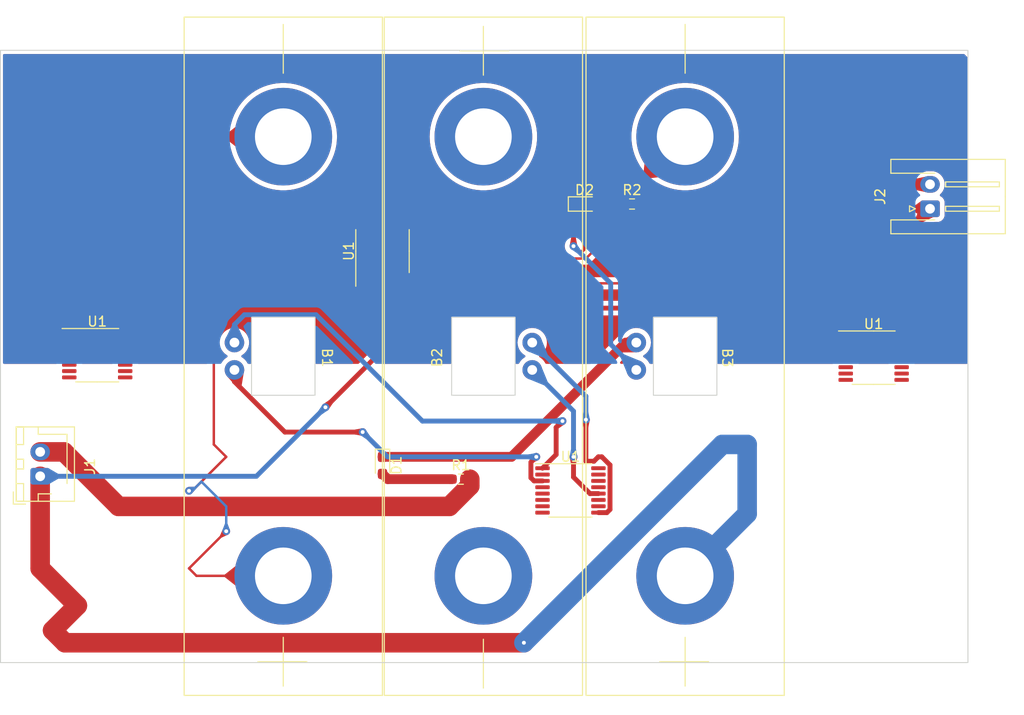
<source format=kicad_pcb>
(kicad_pcb (version 20221018) (generator pcbnew)
  (layers (0 "F.Cu" signal) (31 "B.Cu" signal) (34 "B.Paste" user) (35 "F.Paste" user) (36 "B.SilkS" user "B.Silkscreen") (37 "F.SilkS" user "F.Silkscreen") (38 "B.Mask" user) (39 "F.Mask" user) (44 "Edge.Cuts" user))
  (net 0 "")
  (net 1 "Net-(B3-T+)")
  (net 2 "Net-(D1-A)")
  (net 3 "Net-(B3-T-)")
  (net 4 "Net-(D2-A)")
  (net 5 "GND")
  (net 6 "Net-(J1-Pin_2)")
  (net 7 "Net-(J2-Pin_2)")
  (net 8 "Net-(B1-T+)")
  (net 10 "Net-(B1-T-)")
  (net 16 "Net-(B2-T-)")
  (net 19 "Net-(B2-T+)")
  (net 26 "unconnected-(B3---Pad2)")
  (footprint "AERO_Footprints:VTC-6" (layer "F.Cu") (at 75.692 79.862 180)
    (fp_text reference "B1" (at -4.486 -0.148 270 unlocked) (layer "F.SilkS"))
    (fp_text value "VTC6+T")
    (fp_line (start -2.4 -31.3) (end 2.6 -31.3) (stroke (width 0.12)) (layer "F.SilkS"))
    (fp_line (start 0 -33.8) (end 0 -28.8) (stroke (width 0.12)) (layer "F.SilkS"))
    (fp_line (start 0 -31.3) (end -2.4 -31.3) (stroke (width 0.12)) (layer "F.SilkS"))
    (fp_line (start 0 29) (end 0 34) (stroke (width 0.12)) (layer "F.SilkS"))
    (fp_rect (start -10.15 -34.75) (end 10.15 34.75) (stroke (width 0.12)) (fill none) (layer "F.SilkS"))
    (fp_rect (start -3.25 -4) (end 3.25 4) (stroke (width 0.1)) (fill none) (layer "Edge.Cuts"))
    (pad "1" thru_hole circle (at 0 -22.5 180) (size 10 10) (drill 5.8) (layers "*.Cu" "*.Mask") (net 5 "GND"))
    (pad "2" thru_hole circle (at 0 22.5 180) (size 10 10) (drill 5.8) (layers "*.Cu" "*.Mask") (net 5 "GND"))
    (pad "3" thru_hole circle (at 5 1.4 180) (size 2 2) (drill 1) (layers "*.Cu" "*.Mask") (net 8 "Net-(B1-T+)"))
    (pad "4" thru_hole circle (at 5 -1.4 180) (size 2 2) (drill 1) (layers "*.Cu" "*.Mask") (net 10 "Net-(B1-T-)"))
  )
  (footprint "Package_SO:TSSOP-16_4.4x5mm_P0.65mm" (layer "F.Cu") (at 136.144 80.01)
    (fp_text reference "U1" (at 0 -3.45) (layer "F.SilkS"))
    (fp_text value "ADG728")
    (fp_line (start 0 -2.735) (end -3.6 -2.735) (stroke (width 0.12)) (layer "F.SilkS"))
    (fp_line (start 0 -2.735) (end 2.2 -2.735) (stroke (width 0.12)) (layer "F.SilkS"))
    (fp_line (start 0 2.735) (end -2.2 2.735) (stroke (width 0.12)) (layer "F.SilkS"))
    (fp_line (start 0 2.735) (end 2.2 2.735) (stroke (width 0.12)) (layer "F.SilkS"))
    (pad "1" smd roundrect (at -2.8625 -2.275) (size 1.475 0.4) (layers "F.Cu" "F.Paste" "F.Mask"))
    (pad "2" smd roundrect (at -2.8625 -1.625) (size 1.475 0.4) (layers "F.Cu" "F.Paste" "F.Mask"))
    (pad "3" smd roundrect (at -2.8625 -0.975) (size 1.475 0.4) (layers "F.Cu" "F.Paste" "F.Mask"))
    (pad "4" smd roundrect (at -2.8625 -0.325) (size 1.475 0.4) (layers "F.Cu" "F.Paste" "F.Mask"))
    (pad "5" smd roundrect (at -2.8625 0.325) (size 1.475 0.4) (layers "F.Cu" "F.Paste" "F.Mask"))
    (pad "6" smd roundrect (at -2.8625 0.975) (size 1.475 0.4) (layers "F.Cu" "F.Paste" "F.Mask"))
    (pad "7" smd roundrect (at -2.8625 1.625) (size 1.475 0.4) (layers "F.Cu" "F.Paste" "F.Mask"))
    (pad "8" smd roundrect (at -2.8625 2.275) (size 1.475 0.4) (layers "F.Cu" "F.Paste" "F.Mask"))
    (pad "9" smd roundrect (at 2.8625 2.275) (size 1.475 0.4) (layers "F.Cu" "F.Paste" "F.Mask"))
    (pad "10" smd roundrect (at 2.8625 1.625) (size 1.475 0.4) (layers "F.Cu" "F.Paste" "F.Mask"))
    (pad "11" smd roundrect (at 2.8625 0.975) (size 1.475 0.4) (layers "F.Cu" "F.Paste" "F.Mask"))
    (pad "12" smd roundrect (at 2.8625 0.325) (size 1.475 0.4) (layers "F.Cu" "F.Paste" "F.Mask"))
    (pad "13" smd roundrect (at 2.8625 -0.325) (size 1.475 0.4) (layers "F.Cu" "F.Paste" "F.Mask"))
    (pad "14" smd roundrect (at 2.8625 -0.975) (size 1.475 0.4) (layers "F.Cu" "F.Paste" "F.Mask"))
    (pad "15" smd roundrect (at 2.8625 -1.625) (size 1.475 0.4) (layers "F.Cu" "F.Paste" "F.Mask"))
    (pad "16" smd roundrect (at 2.8625 -2.275) (size 1.475 0.4) (layers "F.Cu" "F.Paste" "F.Mask"))
  )
  (footprint "LED_SMD:LED_0603_1608Metric_Pad1.05x0.95mm_HandSolder" (layer "F.Cu") (at 85.852 91.044999 -90)
    (fp_text reference "D1" (at 0 -1.43 90) (layer "F.SilkS"))
    (fp_text value "LED")
    (fp_line (start -1.66 -0.735) (end -1.66 0.735) (stroke (width 0.12)) (layer "F.SilkS"))
    (fp_line (start -1.66 0.735) (end 0.8 0.735) (stroke (width 0.12)) (layer "F.SilkS"))
    (fp_line (start 0.8 -0.735) (end -1.66 -0.735) (stroke (width 0.12)) (layer "F.SilkS"))
    (pad "1" smd roundrect (at -0.875 0 270) (size 1.05 0.95) (layers "F.Cu" "F.Paste" "F.Mask") (net 1 "Net-(B3-T+)"))
    (pad "2" smd roundrect (at 0.875 0 270) (size 1.05 0.95) (layers "F.Cu" "F.Paste" "F.Mask") (net 2 "Net-(D1-A)"))
  )
  (footprint "Resistor_SMD:R_0603_1608Metric_Pad0.98x0.95mm_HandSolder" (layer "F.Cu") (at 93.8765 92.456)
    (fp_text reference "R1" (at 0 -1.43) (layer "F.SilkS"))
    (fp_text value "R_US")
    (fp_line (start -0.254724 -0.5225) (end 0.254724 -0.5225) (stroke (width 0.12)) (layer "F.SilkS"))
    (fp_line (start -0.254724 0.5225) (end 0.254724 0.5225) (stroke (width 0.12)) (layer "F.SilkS"))
    (pad "1" smd roundrect (at -0.9125 0) (size 0.975 0.95) (layers "F.Cu" "F.Paste" "F.Mask") (net 2 "Net-(D1-A)"))
    (pad "2" smd roundrect (at 0.9125 0) (size 0.975 0.95) (layers "F.Cu" "F.Paste" "F.Mask") (net 6 "Net-(J1-Pin_2)"))
  )
  (footprint "Connector_JST:JST_XH_B2B-XH-AM_1x02_P2.50mm_Vertical" (layer "F.Cu") (at 50.8 92.162 90)
    (fp_text reference "J1" (at 0.996 5.097 90) (layer "F.SilkS"))
    (fp_text value "Conn_01x02")
    (fp_line (start -2.85 -2.75) (end -2.85 -1.5) (stroke (width 0.12)) (layer "F.SilkS"))
    (fp_line (start -2.56 -2.46) (end -2.56 3.51) (stroke (width 0.12)) (layer "F.SilkS"))
    (fp_line (start -2.56 3.51) (end 5.06 3.51) (stroke (width 0.12)) (layer "F.SilkS"))
    (fp_line (start -2.55 -2.45) (end -2.55 -1.7) (stroke (width 0.12)) (layer "F.SilkS"))
    (fp_line (start -2.55 -1.7) (end -0.75 -1.7) (stroke (width 0.12)) (layer "F.SilkS"))
    (fp_line (start -2.55 -0.2) (end -1.8 -0.2) (stroke (width 0.12)) (layer "F.SilkS"))
    (fp_line (start -1.8 -0.2) (end -1.8 1.14) (stroke (width 0.12)) (layer "F.SilkS"))
    (fp_line (start -1.6 -2.75) (end -2.85 -2.75) (stroke (width 0.12)) (layer "F.SilkS"))
    (fp_line (start -0.75 -2.45) (end -2.55 -2.45) (stroke (width 0.12)) (layer "F.SilkS"))
    (fp_line (start -0.75 -1.7) (end -0.75 -2.45) (stroke (width 0.12)) (layer "F.SilkS"))
    (fp_line (start 0.75 -2.45) (end 0.75 -1.7) (stroke (width 0.12)) (layer "F.SilkS"))
    (fp_line (start 0.75 -1.7) (end 1.75 -1.7) (stroke (width 0.12)) (layer "F.SilkS"))
    (fp_line (start 1.25 2.75) (end -0.74 2.75) (stroke (width 0.12)) (layer "F.SilkS"))
    (fp_line (start 1.75 -2.45) (end 0.75 -2.45) (stroke (width 0.12)) (layer "F.SilkS"))
    (fp_line (start 1.75 -1.7) (end 1.75 -2.45) (stroke (width 0.12)) (layer "F.SilkS"))
    (fp_line (start 3.25 -2.45) (end 3.25 -1.7) (stroke (width 0.12)) (layer "F.SilkS"))
    (fp_line (start 3.25 -1.7) (end 5.05 -1.7) (stroke (width 0.12)) (layer "F.SilkS"))
    (fp_line (start 4.3 -0.2) (end 4.3 2.75) (stroke (width 0.12)) (layer "F.SilkS"))
    (fp_line (start 4.3 2.75) (end 1.25 2.75) (stroke (width 0.12)) (layer "F.SilkS"))
    (fp_line (start 5.05 -2.45) (end 3.25 -2.45) (stroke (width 0.12)) (layer "F.SilkS"))
    (fp_line (start 5.05 -1.7) (end 5.05 -2.45) (stroke (width 0.12)) (layer "F.SilkS"))
    (fp_line (start 5.05 -0.2) (end 4.3 -0.2) (stroke (width 0.12)) (layer "F.SilkS"))
    (fp_line (start 5.06 -2.46) (end -2.56 -2.46) (stroke (width 0.12)) (layer "F.SilkS"))
    (fp_line (start 5.06 3.51) (end 5.06 -2.46) (stroke (width 0.12)) (layer "F.SilkS"))
    (pad "" np_thru_hole circle (at -1.6 2 90) (size 1.2 1.2) (drill 1.2) (layers "*.Cu" "*.Mask"))
    (pad "1" thru_hole roundrect (at 0 0 90) (size 1.7 2) (drill 1) (layers "*.Cu" "*.Mask") (roundrect_rratio 0.1470588235) (net 5 "GND"))
    (pad "2" thru_hole oval (at 2.5 0 90) (size 1.7 2) (drill 1) (layers "*.Cu" "*.Mask") (net 6 "Net-(J1-Pin_2)"))
  )
  (footprint "Resistor_SMD:R_0603_1608Metric_Pad0.98x0.95mm_HandSolder" (layer "F.Cu") (at 111.4025 64.262)
    (fp_text reference "R2" (at 0 -1.43) (layer "F.SilkS"))
    (fp_text value "R_US")
    (fp_line (start -0.254724 -0.5225) (end 0.254724 -0.5225) (stroke (width 0.12)) (layer "F.SilkS"))
    (fp_line (start -0.254724 0.5225) (end 0.254724 0.5225) (stroke (width 0.12)) (layer "F.SilkS"))
    (pad "1" smd roundrect (at -0.9125 0) (size 0.975 0.95) (layers "F.Cu" "F.Paste" "F.Mask") (net 4 "Net-(D2-A)"))
    (pad "2" smd roundrect (at 0.9125 0) (size 0.975 0.95) (layers "F.Cu" "F.Paste" "F.Mask") (net 7 "Net-(J2-Pin_2)"))
  )
  (footprint "Package_SO:TSSOP-16_4.4x5mm_P0.65mm" (layer "F.Cu") (at 105.0975 93.61)
    (fp_text reference "U1" (at 0 -3.45) (layer "F.SilkS"))
    (fp_text value "ADG728")
    (fp_line (start 0 -2.735) (end -3.6 -2.735) (stroke (width 0.12)) (layer "F.SilkS"))
    (fp_line (start 0 -2.735) (end 2.2 -2.735) (stroke (width 0.12)) (layer "F.SilkS"))
    (fp_line (start 0 2.735) (end -2.2 2.735) (stroke (width 0.12)) (layer "F.SilkS"))
    (fp_line (start 0 2.735) (end 2.2 2.735) (stroke (width 0.12)) (layer "F.SilkS"))
    (pad "1" smd roundrect (at -2.8625 -2.275) (size 1.475 0.4) (layers "F.Cu" "F.Paste" "F.Mask") (net 8 "Net-(B1-T+)"))
    (pad "2" smd roundrect (at -2.8625 -1.625) (size 1.475 0.4) (layers "F.Cu" "F.Paste" "F.Mask"))
    (pad "3" smd roundrect (at -2.8625 -0.975) (size 1.475 0.4) (layers "F.Cu" "F.Paste" "F.Mask") (net 10 "Net-(B1-T-)"))
    (pad "4" smd roundrect (at -2.8625 -0.325) (size 1.475 0.4) (layers "F.Cu" "F.Paste" "F.Mask"))
    (pad "5" smd roundrect (at -2.8625 0.325) (size 1.475 0.4) (layers "F.Cu" "F.Paste" "F.Mask"))
    (pad "6" smd roundrect (at -2.8625 0.975) (size 1.475 0.4) (layers "F.Cu" "F.Paste" "F.Mask"))
    (pad "7" smd roundrect (at -2.8625 1.625) (size 1.475 0.4) (layers "F.Cu" "F.Paste" "F.Mask"))
    (pad "8" smd roundrect (at -2.8625 2.275) (size 1.475 0.4) (layers "F.Cu" "F.Paste" "F.Mask"))
    (pad "9" smd roundrect (at 2.8625 2.275) (size 1.475 0.4) (layers "F.Cu" "F.Paste" "F.Mask") (net 16 "Net-(B2-T-)"))
    (pad "10" smd roundrect (at 2.8625 1.625) (size 1.475 0.4) (layers "F.Cu" "F.Paste" "F.Mask"))
    (pad "11" smd roundrect (at 2.8625 0.975) (size 1.475 0.4) (layers "F.Cu" "F.Paste" "F.Mask"))
    (pad "12" smd roundrect (at 2.8625 0.325) (size 1.475 0.4) (layers "F.Cu" "F.Paste" "F.Mask") (net 19 "Net-(B2-T+)"))
    (pad "13" smd roundrect (at 2.8625 -0.325) (size 1.475 0.4) (layers "F.Cu" "F.Paste" "F.Mask"))
    (pad "14" smd roundrect (at 2.8625 -0.975) (size 1.475 0.4) (layers "F.Cu" "F.Paste" "F.Mask"))
    (pad "15" smd roundrect (at 2.8625 -1.625) (size 1.475 0.4) (layers "F.Cu" "F.Paste" "F.Mask"))
    (pad "16" smd roundrect (at 2.8625 -2.275) (size 1.475 0.4) (layers "F.Cu" "F.Paste" "F.Mask"))
  )
  (footprint "AERO_Footprints:VTC-6" (layer "F.Cu") (at 96.182 79.862)
    (fp_text reference "B2" (at -4.742 0.148 90 unlocked) (layer "F.SilkS"))
    (fp_text value "VTC6+T")
    (fp_line (start -2.4 -31.3) (end 2.6 -31.3) (stroke (width 0.12)) (layer "F.SilkS"))
    (fp_line (start 0 -33.8) (end 0 -28.8) (stroke (width 0.12)) (layer "F.SilkS"))
    (fp_line (start 0 -31.3) (end -2.4 -31.3) (stroke (width 0.12)) (layer "F.SilkS"))
    (fp_line (start 0 29) (end 0 34) (stroke (width 0.12)) (layer "F.SilkS"))
    (fp_rect (start -10.15 -34.75) (end 10.15 34.75) (stroke (width 0.12)) (fill none) (layer "F.SilkS"))
    (fp_rect (start -3.25 -4) (end 3.25 4) (stroke (width 0.1)) (fill none) (layer "Edge.Cuts"))
    (pad "1" thru_hole circle (at 0 -22.5) (size 10 10) (drill 5.8) (layers "*.Cu" "*.Mask"))
    (pad "2" thru_hole circle (at 0 22.5) (size 10 10) (drill 5.8) (layers "*.Cu" "*.Mask"))
    (pad "3" thru_hole circle (at 5 1.4) (size 2 2) (drill 1) (layers "*.Cu" "*.Mask") (net 19 "Net-(B2-T+)"))
    (pad "4" thru_hole circle (at 5 -1.4) (size 2 2) (drill 1) (layers "*.Cu" "*.Mask") (net 16 "Net-(B2-T-)"))
  )
  (footprint "LED_SMD:LED_0603_1608Metric_Pad1.05x0.95mm_HandSolder" (layer "F.Cu") (at 106.539 64.262)
    (fp_text reference "D2" (at 0 -1.43) (layer "F.SilkS"))
    (fp_text value "LED")
    (fp_line (start -1.66 -0.735) (end -1.66 0.735) (stroke (width 0.12)) (layer "F.SilkS"))
    (fp_line (start -1.66 0.735) (end 0.8 0.735) (stroke (width 0.12)) (layer "F.SilkS"))
    (fp_line (start 0.8 -0.735) (end -1.66 -0.735) (stroke (width 0.12)) (layer "F.SilkS"))
    (pad "1" smd roundrect (at -0.875 0) (size 1.05 0.95) (layers "F.Cu" "F.Paste" "F.Mask") (net 3 "Net-(B3-T-)"))
    (pad "2" smd roundrect (at 0.875 0) (size 1.05 0.95) (layers "F.Cu" "F.Paste" "F.Mask") (net 4 "Net-(D2-A)"))
  )
  (footprint "Connector_JST:JST_XH_S2B-XH-A-1_1x02_P2.50mm_Horizontal" (layer "F.Cu") (at 141.914 64.75 90)
    (fp_text reference "J2" (at 1.25 -5.1 90) (layer "F.SilkS"))
    (fp_text value "Conn_01x02")
    (fp_line (start -2.56 -4.01) (end -1.14 -4.01) (stroke (width 0.12)) (layer "F.SilkS"))
    (fp_line (start -2.56 7.71) (end -2.56 -4.01) (stroke (width 0.12)) (layer "F.SilkS"))
    (fp_line (start -1.14 -4.01) (end -1.14 0.49) (stroke (width 0.12)) (layer "F.SilkS"))
    (fp_line (start -0.3 -2.1) (end 0.3 -2.1) (stroke (width 0.12)) (layer "F.SilkS"))
    (fp_line (start -0.25 1.6) (end -0.25 7.1) (stroke (width 0.12)) (layer "F.SilkS"))
    (fp_line (start -0.25 7.1) (end 0.25 7.1) (stroke (width 0.12)) (layer "F.SilkS"))
    (fp_line (start 0 -1.5) (end -0.3 -2.1) (stroke (width 0.12)) (layer "F.SilkS"))
    (fp_line (start 0.25 1.6) (end -0.25 1.6) (stroke (width 0.12)) (layer "F.SilkS"))
    (fp_line (start 0.25 7.1) (end 0.25 1.6) (stroke (width 0.12)) (layer "F.SilkS"))
    (fp_line (start 0.3 -2.1) (end 0 -1.5) (stroke (width 0.12)) (layer "F.SilkS"))
    (fp_line (start 1.25 7.71) (end -2.56 7.71) (stroke (width 0.12)) (layer "F.SilkS"))
    (fp_line (start 1.25 7.71) (end 5.06 7.71) (stroke (width 0.12)) (layer "F.SilkS"))
    (fp_line (start 2.25 1.6) (end 2.25 7.1) (stroke (width 0.12)) (layer "F.SilkS"))
    (fp_line (start 2.25 7.1) (end 2.75 7.1) (stroke (width 0.12)) (layer "F.SilkS"))
    (fp_line (start 2.75 1.6) (end 2.25 1.6) (stroke (width 0.12)) (layer "F.SilkS"))
    (fp_line (start 2.75 7.1) (end 2.75 1.6) (stroke (width 0.12)) (layer "F.SilkS"))
    (fp_line (start 3.64 -4.01) (end 3.64 0.49) (stroke (width 0.12)) (layer "F.SilkS"))
    (fp_line (start 5.06 -4.01) (end 3.64 -4.01) (stroke (width 0.12)) (layer "F.SilkS"))
    (fp_line (start 5.06 7.71) (end 5.06 -4.01) (stroke (width 0.12)) (layer "F.SilkS"))
    (pad "1" thru_hole roundrect (at 0 0 90) (size 1.7 2) (drill 1) (layers "*.Cu" "*.Mask") (roundrect_rratio 0.1470588235) (net 5 "GND"))
    (pad "2" thru_hole oval (at 2.5 0 90) (size 1.7 2) (drill 1) (layers "*.Cu" "*.Mask") (net 7 "Net-(J2-Pin_2)"))
  )
  (footprint "Package_SO:TSSOP-16_4.4x5mm_P0.65mm" (layer "F.Cu") (at 56.642 79.756)
    (fp_text reference "U1" (at 0 -3.45) (layer "F.SilkS"))
    (fp_text value "ADG728")
    (fp_line (start 0 -2.735) (end -3.6 -2.735) (stroke (width 0.12)) (layer "F.SilkS"))
    (fp_line (start 0 -2.735) (end 2.2 -2.735) (stroke (width 0.12)) (layer "F.SilkS"))
    (fp_line (start 0 2.735) (end -2.2 2.735) (stroke (width 0.12)) (layer "F.SilkS"))
    (fp_line (start 0 2.735) (end 2.2 2.735) (stroke (width 0.12)) (layer "F.SilkS"))
    (pad "1" smd roundrect (at -2.8625 -2.275) (size 1.475 0.4) (layers "F.Cu" "F.Paste" "F.Mask"))
    (pad "2" smd roundrect (at -2.8625 -1.625) (size 1.475 0.4) (layers "F.Cu" "F.Paste" "F.Mask"))
    (pad "3" smd roundrect (at -2.8625 -0.975) (size 1.475 0.4) (layers "F.Cu" "F.Paste" "F.Mask"))
    (pad "4" smd roundrect (at -2.8625 -0.325) (size 1.475 0.4) (layers "F.Cu" "F.Paste" "F.Mask"))
    (pad "5" smd roundrect (at -2.8625 0.325) (size 1.475 0.4) (layers "F.Cu" "F.Paste" "F.Mask"))
    (pad "6" smd roundrect (at -2.8625 0.975) (size 1.475 0.4) (layers "F.Cu" "F.Paste" "F.Mask"))
    (pad "7" smd roundrect (at -2.8625 1.625) (size 1.475 0.4) (layers "F.Cu" "F.Paste" "F.Mask"))
    (pad "8" smd roundrect (at -2.8625 2.275) (size 1.475 0.4) (layers "F.Cu" "F.Paste" "F.Mask"))
    (pad "9" smd roundrect (at 2.8625 2.275) (size 1.475 0.4) (layers "F.Cu" "F.Paste" "F.Mask"))
    (pad "10" smd roundrect (at 2.8625 1.625) (size 1.475 0.4) (layers "F.Cu" "F.Paste" "F.Mask"))
    (pad "11" smd roundrect (at 2.8625 0.975) (size 1.475 0.4) (layers "F.Cu" "F.Paste" "F.Mask"))
    (pad "12" smd roundrect (at 2.8625 0.325) (size 1.475 0.4) (layers "F.Cu" "F.Paste" "F.Mask"))
    (pad "13" smd roundrect (at 2.8625 -0.325) (size 1.475 0.4) (layers "F.Cu" "F.Paste" "F.Mask"))
    (pad "14" smd roundrect (at 2.8625 -0.975) (size 1.475 0.4) (layers "F.Cu" "F.Paste" "F.Mask"))
    (pad "15" smd roundrect (at 2.8625 -1.625) (size 1.475 0.4) (layers "F.Cu" "F.Paste" "F.Mask"))
    (pad "16" smd roundrect (at 2.8625 -2.275) (size 1.475 0.4) (layers "F.Cu" "F.Paste" "F.Mask"))
  )
  (footprint "Package_SO:TSSOP-16_4.4x5mm_P0.65mm" (layer "F.Cu") (at 85.852 69.088 90)
    (fp_text reference "U1" (at 0 -3.45 90) (layer "F.SilkS"))
    (fp_text value "ADG728")
    (fp_line (start 0 -2.735) (end -3.6 -2.735) (stroke (width 0.12)) (layer "F.SilkS"))
    (fp_line (start 0 -2.735) (end 2.2 -2.735) (stroke (width 0.12)) (layer "F.SilkS"))
    (fp_line (start 0 2.735) (end -2.2 2.735) (stroke (width 0.12)) (layer "F.SilkS"))
    (fp_line (start 0 2.735) (end 2.2 2.735) (stroke (width 0.12)) (layer "F.SilkS"))
    (pad "1" smd roundrect (at -2.8625 -2.275 90) (size 1.475 0.4) (layers "F.Cu" "F.Paste" "F.Mask"))
    (pad "2" smd roundrect (at -2.8625 -1.625 90) (size 1.475 0.4) (layers "F.Cu" "F.Paste" "F.Mask"))
    (pad "3" smd roundrect (at -2.8625 -0.975 90) (size 1.475 0.4) (layers "F.Cu" "F.Paste" "F.Mask"))
    (pad "4" smd roundrect (at -2.8625 -0.325 90) (size 1.475 0.4) (layers "F.Cu" "F.Paste" "F.Mask"))
    (pad "5" smd roundrect (at -2.8625 0.325 90) (size 1.475 0.4) (layers "F.Cu" "F.Paste" "F.Mask"))
    (pad "6" smd roundrect (at -2.8625 0.975 90) (size 1.475 0.4) (layers "F.Cu" "F.Paste" "F.Mask"))
    (pad "7" smd roundrect (at -2.8625 1.625 90) (size 1.475 0.4) (layers "F.Cu" "F.Paste" "F.Mask"))
    (pad "8" smd roundrect (at -2.8625 2.275 90) (size 1.475 0.4) (layers "F.Cu" "F.Paste" "F.Mask"))
    (pad "9" smd roundrect (at 2.8625 2.275 90) (size 1.475 0.4) (layers "F.Cu" "F.Paste" "F.Mask"))
    (pad "10" smd roundrect (at 2.8625 1.625 90) (size 1.475 0.4) (layers "F.Cu" "F.Paste" "F.Mask"))
    (pad "11" smd roundrect (at 2.8625 0.975 90) (size 1.475 0.4) (layers "F.Cu" "F.Paste" "F.Mask"))
    (pad "12" smd roundrect (at 2.8625 0.325 90) (size 1.475 0.4) (layers "F.Cu" "F.Paste" "F.Mask"))
    (pad "13" smd roundrect (at 2.8625 -0.325 90) (size 1.475 0.4) (layers "F.Cu" "F.Paste" "F.Mask"))
    (pad "14" smd roundrect (at 2.8625 -0.975 90) (size 1.475 0.4) (layers "F.Cu" "F.Paste" "F.Mask"))
    (pad "15" smd roundrect (at 2.8625 -1.625 90) (size 1.475 0.4) (layers "F.Cu" "F.Paste" "F.Mask"))
    (pad "16" smd roundrect (at 2.8625 -2.275 90) (size 1.475 0.4) (layers "F.Cu" "F.Paste" "F.Mask"))
  )
  (footprint "AERO_Footprints:VTC-6" (layer "F.Cu") (at 116.84 79.862 180)
    (fp_text reference "B3" (at -4.318 -0.148 270 unlocked) (layer "F.SilkS"))
    (fp_text value "VTC6+T")
    (fp_line (start -2.4 -31.3) (end 2.6 -31.3) (stroke (width 0.12)) (layer "F.SilkS"))
    (fp_line (start 0 -33.8) (end 0 -28.8) (stroke (width 0.12)) (layer "F.SilkS"))
    (fp_line (start 0 -31.3) (end -2.4 -31.3) (stroke (width 0.12)) (layer "F.SilkS"))
    (fp_line (start 0 29) (end 0 34) (stroke (width 0.12)) (layer "F.SilkS"))
    (fp_rect (start -10.15 -34.75) (end 10.15 34.75) (stroke (width 0.12)) (fill none) (layer "F.SilkS"))
    (fp_rect (start -3.25 -4) (end 3.25 4) (stroke (width 0.1)) (fill none) (layer "Edge.Cuts"))
    (pad "1" thru_hole circle (at 0 -22.5 180) (size 10 10) (drill 5.8) (layers "*.Cu" "*.Mask") (net 5 "GND"))
    (pad "2" thru_hole circle (at 0 22.5 180) (size 10 10) (drill 5.8) (layers "*.Cu" "*.Mask") (net 26 "unconnected-(B3---Pad2)"))
    (pad "3" thru_hole circle (at 5 1.4 180) (size 2 2) (drill 1) (layers "*.Cu" "*.Mask") (net 1 "Net-(B3-T+)"))
    (pad "4" thru_hole circle (at 5 -1.4 180) (size 2 2) (drill 1) (layers "*.Cu" "*.Mask") (net 3 "Net-(B3-T-)"))
  )
  (gr_rect (start 46.736 48.514) (end 145.796 111.252) (stroke (width 0.1)) (fill none) (layer "Edge.Cuts"))
  (segment (start 110.768 78.462) (end 111.84 78.462) (width 1) (layer "F.Cu") (net 1))
  (segment (start 99.060001 90.169999) (end 110.768 78.462) (width 1) (layer "F.Cu") (net 1))
  (segment (start 85.852 90.169999) (end 99.060001 90.169999) (width 1) (layer "F.Cu") (net 1))
  (segment (start 92.964 92.456) (end 86.388001 92.456) (width 1) (layer "F.Cu") (net 2))
  (segment (start 86.388001 92.456) (end 85.852 91.919999) (width 1) (layer "F.Cu") (net 2))
  (segment (start 105.41 64.516) (end 105.664 64.262) (width 0.5) (layer "F.Cu") (net 3))
  (segment (start 105.41 68.58) (end 105.41 64.516) (width 0.5) (layer "F.Cu") (net 3))
  (via (at 105.41 68.58) (size 0.8) (drill 0.4) (layers "F.Cu" "B.Cu") (net 3))
  (segment (start 111.84 81.262) (end 109.22 78.642) (width 0.5) (layer "B.Cu") (net 3))
  (segment (start 109.22 72.39) (end 105.41 68.58) (width 0.5) (layer "B.Cu") (net 3))
  (segment (start 109.22 78.642) (end 109.22 72.39) (width 0.5) (layer "B.Cu") (net 3))
  (segment (start 107.414 64.262) (end 110.49 64.262) (width 0.5) (layer "F.Cu") (net 4))
  (segment (start 75.692 102.362) (end 66.802 102.362) (width 0.25) (layer "F.Cu") (net 5))
  (segment (start 68.58 70.36) (end 69.250644 70.36) (width 0.25) (layer "F.Cu") (net 5))
  (segment (start 58.208 57.362) (end 53.34 62.23) (width 0.25) (layer "F.Cu") (net 5))
  (segment (start 68.58 69.16) (end 69.250644 69.16) (width 0.25) (layer "F.Cu") (net 5))
  (segment (start 67.909367 70.36) (end 68.58 70.36) (width 0.25) (layer "F.Cu") (net 5))
  (segment (start 53.34 109.22) (end 52.07 107.95) (width 2) (layer "F.Cu") (net 5))
  (segment (start 100.33 109.22) (end 53.34 109.22) (width 2) (layer "F.Cu") (net 5))
  (segment (start 69.250644 66.16) (end 68.58 66.16) (width 0.25) (layer "F.Cu") (net 5))
  (segment (start 138.43 66.04) (end 139.72 64.75) (width 0.25) (layer "F.Cu") (net 5))
  (segment (start 68.58 59.86) (end 68.58 55.88) (width 0.25) (layer "F.Cu") (net 5))
  (segment (start 69.250644 62.56) (end 68.58 62.56) (width 0.25) (layer "F.Cu") (net 5))
  (segment (start 120.65 72.39) (end 127 66.04) (width 0.25) (layer "F.Cu") (net 5))
  (segment (start 68.58 68.56) (end 67.909356 68.56) (width 0.25) (layer "F.Cu") (net 5))
  (segment (start 68.58 64.36) (end 69.250644 64.36) (width 0.25) (layer "F.Cu") (net 5))
  (segment (start 67.909367 71.56) (end 68.58 71.56) (width 0.25) (layer "F.Cu") (net 5))
  (segment (start 90.17 74.93) (end 131.734 74.93) (width 0.5) (layer "F.Cu") (net 5))
  (segment (start 66.3695 93.6505) (end 69.85 90.17) (width 0.25) (layer "F.Cu") (net 5))
  (segment (start 68.28 72.76) (end 69.250633 72.76) (width 0.25) (layer "F.Cu") (net 5))
  (segment (start 68.58 61.36) (end 67.909356 61.36) (width 0.25) (layer "F.Cu") (net 5))
  (segment (start 68.58 63.76) (end 67.909356 63.76) (width 0.25) (layer "F.Cu") (net 5))
  (segment (start 67.909356 67.96) (end 68.58 67.96) (width 0.25) (layer "F.Cu") (net 5))
  (segment (start 67.909356 64.36) (end 68.58 64.36) (width 0.25) (layer "F.Cu") (net 5))
  (segment (start 68.58 88.9) (end 68.58 73.66) (width 0.25) (layer "F.Cu") (net 5))
  (segment (start 68.58 65.56) (end 69.250644 65.56) (width 0.25) (layer "F.Cu") (net 5))
  (segment (start 127 66.04) (end 138.43 66.04) (width 0.25) (layer "F.Cu") (net 5))
  (segment (start 68.58 67.96) (end 69.250644 67.96) (width 0.25) (layer "F.Cu") (net 5))
  (segment (start 50.8 101.6) (end 50.8 92.162) (width 2) (layer "F.Cu") (net 5))
  (segment (start 68.58 61.96) (end 69.250644 61.96) (width 0.25) (layer "F.Cu") (net 5))
  (segment (start 68.58 70.96) (end 67.909367 70.96) (width 0.25) (layer "F.Cu") (net 5))
  (segment (start 69.250633 70.96) (end 68.58 70.96) (width 0.25) (layer "F.Cu") (net 5))
  (segment (start 67.909356 69.16) (end 68.58 69.16) (width 0.25) (layer "F.Cu") (net 5))
  (segment (start 75.692 57.362) (end 58.208 57.362) (width 0.25) (layer "F.Cu") (net 5))
  (segment (start 69.250644 61.36) (end 68.58 61.36) (width 0.25) (layer "F.Cu") (net 5))
  (segment (start 68.28 73.36) (end 67.909367 73.36) (width 0.25) (layer "F.Cu") (net 5))
  (segment (start 67.909356 66.76) (end 68.58 66.76) (width 0.25) (layer "F.Cu") (net 5))
  (segment (start 68.58 60.76) (end 69.25065 60.76) (width 0.25) (layer "F.Cu") (net 5))
  (segment (start 68.58 63.16) (end 69.250644 63.16) (width 0.25) (layer "F.Cu") (net 5))
  (segment (start 69.85 90.17) (end 68.58 88.9) (width 0.25) (layer "F.Cu") (net 5))
  (segment (start 68.58 66.76) (end 69.250644 66.76) (width 0.25) (layer "F.Cu") (net 5))
  (segment (start 67.909356 63.16) (end 68.58 63.16) (width 0.25) (layer "F.Cu") (net 5))
  (segment (start 68.58 71.56) (end 69.250633 71.56) (width 0.25) (layer "F.Cu") (net 5))
  (segment (start 69.250644 63.76) (end 68.58 63.76) (width 0.25) (layer "F.Cu") (net 5))
  (segment (start 68.58 64.96) (end 67.909356 64.96) (width 0.25) (layer "F.Cu") (net 5))
  (segment (start 67.909356 61.96) (end 68.58 61.96) (width 0.25) (layer "F.Cu") (net 5))
  (segment (start 66.04 93.6505) (end 66.3695 93.6505) (width 0.25) (layer "F.Cu") (net 5))
  (segment (start 67.909356 60.76) (end 68.58 60.76) (width 0.25) (layer "F.Cu") (net 5))
  (segment (start 131.734 74.93) (end 141.914 64.75) (width 0.5) (layer "F.Cu") (net 5))
  (segment (start 69.250644 67.36) (end 68.58 67.36) (width 0.25) (layer "F.Cu") (net 5))
  (segment (start 139.72 64.75) (end 141.914 64.75) (width 0.25) (layer "F.Cu") (net 5))
  (segment (start 68.58 67.36) (end 67.909356 67.36) (width 0.25) (layer "F.Cu") (net 5))
  (segment (start 66.802 102.362) (end 66.04 101.6) (width 0.25) (layer "F.Cu") (net 5))
  (segment (start 69.250644 69.76) (end 68.58 69.76) (width 0.25) (layer "F.Cu") (net 5))
  (segment (start 96.52 68.58) (end 100.33 72.39) (width 0.25) (layer "F.Cu") (net 5))
  (segment (start 59.69 68.58) (end 96.52 68.58) (width 0.25) (layer "F.Cu") (net 5))
  (segment (start 53.34 62.23) (end 59.69 68.58) (width 0.25) (layer "F.Cu") (net 5))
  (segment (start 69.250644 68.56) (end 68.58 68.56) (width 0.25) (layer "F.Cu") (net 5))
  (segment (start 69.250633 72.16) (end 68.58 72.16) (width 0.25) (layer "F.Cu") (net 5))
  (segment (start 52.07 107.95) (end 54.61 105.41) (width 2) (layer "F.Cu") (net 5))
  (segment (start 66.04 101.6) (end 69.85 97.79) (width 0.25) (layer "F.Cu") (net 5))
  (segment (start 67.909367 72.76) (end 68.28 72.76) (width 0.25) (layer "F.Cu") (net 5))
  (segment (start 100.33 72.39) (end 120.65 72.39) (width 0.25) (layer "F.Cu") (net 5))
  (segment (start 69.250644 64.96) (end 68.58 64.96) (width 0.25) (layer "F.Cu") (net 5))
  (segment (start 69.25065 60.16) (end 68.88 60.16) (width 0.25) (layer "F.Cu") (net 5))
  (segment (start 68.58 66.16) (end 67.909356 66.16) (width 0.25) (layer "F.Cu") (net 5))
  (segment (start 67.909356 65.56) (end 68.58 65.56) (width 0.25) (layer "F.Cu") (net 5))
  (segment (start 68.58 62.56) (end 67.909356 62.56) (width 0.25) (layer "F.Cu") (net 5))
  (segment (start 68.58 69.76) (end 67.909356 69.76) (width 0.25) (layer "F.Cu") (net 5))
  (segment (start 68.58 72.16) (end 67.909367 72.16) (width 0.25) (layer "F.Cu") (net 5))
  (segment (start 54.61 105.41) (end 50.8 101.6) (width 2) (layer "F.Cu") (net 5))
  (segment (start 80.01 85.09) (end 90.17 74.93) (width 0.5) (layer "F.Cu") (net 5))
  (via (at 69.85 97.79) (size 0.8) (drill 0.4) (layers "F.Cu" "B.Cu") (net 5))
  (via (at 100.33 109.22) (size 0.8) (drill 0.4) (layers "F.Cu" "B.Cu") (net 5))
  (via (at 80.01 85.09) (size 0.8) (drill 0.4) (layers "F.Cu" "B.Cu") (net 5))
  (via (at 66.04 93.6505) (size 0.8) (drill 0.4) (layers "F.Cu" "B.Cu") (net 5))
  (arc (start 67.609356 65.86) (mid 67.697224 65.647868) (end 67.909356 65.56) (width 0.25) (layer "F.Cu") (net 5))
  (arc (start 69.25065 60.76) (mid 69.462782 60.672132) (end 69.55065 60.46) (width 0.25) (layer "F.Cu") (net 5))
  (arc (start 69.550644 64.06) (mid 69.462776 63.847868) (end 69.250644 63.76) (width 0.25) (layer "F.Cu") (net 5))
  (arc (start 67.909356 69.76) (mid 67.697224 69.672132) (end 67.609356 69.46) (width 0.25) (layer "F.Cu") (net 5))
  (arc (start 69.550644 68.86) (mid 69.462776 68.647868) (end 69.250644 68.56) (width 0.25) (layer "F.Cu") (net 5))
  (arc (start 67.909356 63.76) (mid 67.697224 63.672132) (end 67.609356 63.46) (width 0.25) (layer "F.Cu") (net 5))
  (arc (start 67.609367 71.86) (mid 67.697235 71.647868) (end 67.909367 71.56) (width 0.25) (layer "F.Cu") (net 5))
  (arc (start 67.609356 63.46) (mid 67.697224 63.247868) (end 67.909356 63.16) (width 0.25) (layer "F.Cu") (net 5))
  (arc (start 67.909367 73.36) (mid 67.697235 73.272132) (end 67.609367 73.06) (width 0.25) (layer "F.Cu") (net 5))
  (arc (start 69.250644 63.16) (mid 69.462776 63.072132) (end 69.550644 62.86) (width 0.25) (layer "F.Cu") (net 5))
  (arc (start 69.550644 66.46) (mid 69.462776 66.247868) (end 69.250644 66.16) (width 0.25) (layer "F.Cu") (net 5))
  (arc (start 67.909356 62.56) (mid 67.697224 62.472132) (end 67.609356 62.26) (width 0.25) (layer "F.Cu") (net 5))
  (arc (start 69.550633 71.26) (mid 69.462765 71.047868) (end 69.250633 70.96) (width 0.25) (layer "F.Cu") (net 5))
  (arc (start 67.909356 68.56) (mid 67.697224 68.472132) (end 67.609356 68.26) (width 0.25) (layer "F.Cu") (net 5))
  (arc (start 69.550644 70.06) (mid 69.462776 69.847868) (end 69.250644 69.76) (width 0.25) (layer "F.Cu") (net 5))
  (arc (start 67.909367 70.96) (mid 67.697235 70.872132) (end 67.609367 70.66) (width 0.25) (layer "F.Cu") (net 5))
  (arc (start 69.250644 65.56) (mid 69.462776 65.472132) (end 69.550644 65.26) (width 0.25) (layer "F.Cu") (net 5))
  (arc (start 67.909367 72.16) (mid 67.697235 72.072132) (end 67.609367 71.86) (width 0.25) (layer "F.Cu") (net 5))
  (arc (start 69.250644 61.96) (mid 69.462776 61.872132) (end 69.550644 61.66) (width 0.25) (layer "F.Cu") (net 5))
  (arc (start 69.250644 69.16) (mid 69.462776 69.072132) (end 69.550644 68.86) (width 0.25) (layer "F.Cu") (net 5))
  (arc (start 67.609356 61.06) (mid 67.697224 60.847868) (end 67.909356 60.76) (width 0.25) (layer "F.Cu") (net 5))
  (arc (start 69.55065 60.46) (mid 69.462782 60.247868) (end 69.25065 60.16) (width 0.25) (layer "F.Cu") (net 5))
  (arc (start 67.609367 73.06) (mid 67.697235 72.847868) (end 67.909367 72.76) (width 0.25) (layer "F.Cu") (net 5))
  (arc (start 69.550644 62.86) (mid 69.462776 62.647868) (end 69.250644 62.56) (width 0.25) (layer "F.Cu") (net 5))
  (arc (start 69.250644 70.36) (mid 69.462776 70.272132) (end 69.550644 70.06) (width 0.25) (layer "F.Cu") (net 5))
  (arc (start 69.250644 66.76) (mid 69.462776 66.672132) (end 69.550644 66.46) (width 0.25) (layer "F.Cu") (net 5))
  (arc (start 67.609356 62.26) (mid 67.697224 62.047868) (end 67.909356 61.96) (width 0.25) (layer "F.Cu") (net 5))
  (arc (start 69.250644 64.36) (mid 69.462776 64.272132) (end 69.550644 64.06) (width 0.25) (layer "F.Cu") (net 5))
  (arc (start 69.550644 67.66) (mid 69.462776 67.447868) (end 69.250644 67.36) (width 0.25) (layer "F.Cu") (net 5))
  (arc (start 69.550644 65.26) (mid 69.462776 65.047868) (end 69.250644 64.96) (width 0.25) (layer "F.Cu") (net 5))
  (arc (start 69.250644 67.96) (mid 69.462776 67.872132) (end 69.550644 67.66) (width 0.25) (layer "F.Cu") (net 5))
  (arc (start 67.609356 68.26) (mid 67.697224 68.047868) (end 67.909356 67.96) (width 0.25) (layer "F.Cu") (net 5))
  (arc (start 67.609356 69.46) (mid 67.697224 69.247868) (end 67.909356 69.16) (width 0.25) (layer "F.Cu") (net 5))
  (arc (start 67.909356 66.16) (mid 67.697224 66.072132) (end 67.609356 65.86) (width 0.25) (layer "F.Cu") (net 5))
  (arc (start 69.250633 71.56) (mid 69.462765 71.472132) (end 69.550633 71.26) (width 0.25) (layer "F.Cu") (net 5))
  (arc (start 68.88 60.16) (mid 68.667868 60.072132) (end 68.58 59.86) (width 0.25) (layer "F.Cu") (net 5))
  (arc (start 67.609356 64.66) (mid 67.697224 64.447868) (end 67.909356 64.36) (width 0.25) (layer "F.Cu") (net 5))
  (arc (start 67.909356 67.36) (mid 67.697224 67.272132) (end 67.609356 67.06) (width 0.25) (layer "F.Cu") (net 5))
  (arc (start 69.550644 61.66) (mid 69.462776 61.447868) (end 69.250644 61.36) (width 0.25) (layer "F.Cu") (net 5))
  (arc (start 67.609356 67.06) (mid 67.697224 66.847868) (end 67.909356 66.76) (width 0.25) (layer "F.Cu") (net 5))
  (arc (start 68.58 73.66) (mid 68.492132 73.447868) (end 68.28 73.36) (width 0.25) (layer "F.Cu") (net 5))
  (arc (start 67.909356 61.36) (mid 67.697224 61.272132) (end 67.609356 61.06) (width 0.25) (layer "F.Cu") (net 5))
  (arc (start 69.250633 72.76) (mid 69.462765 72.672132) (end 69.550633 72.46) (width 0.25) (layer "F.Cu") (net 5))
  (arc (start 69.550633 72.46) (mid 69.462765 72.247868) (end 69.250633 72.16) (width 0.25) (layer "F.Cu") (net 5))
  (arc (start 67.609367 70.66) (mid 67.697235 70.447868) (end 67.909367 70.36) (width 0.25) (layer "F.Cu") (net 5))
  (arc (start 67.909356 64.96) (mid 67.697224 64.872132) (end 67.609356 64.66) (width 0.25) (layer "F.Cu") (net 5))
  (segment (start 67.31 92.71) (end 66.3695 93.6505) (width 0.25) (layer "B.Cu") (net 5))
  (segment (start 69.85 95.25) (end 67.31 92.71) (width 0.25) (layer "B.Cu") (net 5))
  (segment (start 69.85 97.79) (end 69.85 95.25) (width 0.25) (layer "B.Cu") (net 5))
  (segment (start 50.8 92.162) (end 72.938 92.162) (width 0.5) (layer "B.Cu") (net 5))
  (segment (start 116.84 102.362) (end 123.19 96.012) (width 2) (layer "B.Cu") (net 5))
  (segment (start 120.65 88.9) (end 100.33 109.22) (width 2) (layer "B.Cu") (net 5))
  (segment (start 123.19 88.9) (end 120.65 88.9) (width 2) (layer "B.Cu") (net 5))
  (segment (start 123.19 96.012) (end 123.19 88.9) (width 2) (layer "B.Cu") (net 5))
  (segment (start 72.938 92.162) (end 80.01 85.09) (width 0.5) (layer "B.Cu") (net 5))
  (segment (start 66.3695 93.6505) (end 66.04 93.6505) (width 0.25) (layer "B.Cu") (net 5))
  (segment (start 50.8 89.662) (end 53.234002 89.662) (width 2) (layer "F.Cu") (net 6))
  (segment (start 94.789 93.151434) (end 94.789 92.456) (width 2) (layer "F.Cu") (net 6))
  (segment (start 58.822002 95.25) (end 92.690434 95.25) (width 2) (layer "F.Cu") (net 6))
  (segment (start 53.234002 89.662) (end 58.822002 95.25) (width 2) (layer "F.Cu") (net 6))
  (segment (start 92.690434 95.25) (end 94.789 93.151434) (width 2) (layer "F.Cu") (net 6))
  (segment (start 112.315 64.262) (end 127.508 64.262) (width 1) (layer "F.Cu") (net 7))
  (segment (start 129.56 62.25) (end 141.914 62.25) (width 1) (layer "F.Cu") (net 7))
  (segment (start 127.508 64.262) (end 129.54 62.23) (width 1) (layer "F.Cu") (net 7))
  (segment (start 129.54 62.23) (end 129.56 62.25) (width 1) (layer "F.Cu") (net 7))
  (segment (start 103.632 87.152928) (end 103.632 89.938) (width 0.5) (layer "F.Cu") (net 8))
  (segment (start 104.282464 86.502464) (end 103.632 87.152928) (width 0.5) (layer "F.Cu") (net 8))
  (segment (start 103.632 89.938) (end 102.235 91.335) (width 0.5) (layer "F.Cu") (net 8))
  (via (at 104.282464 86.502464) (size 0.8) (drill 0.4) (layers "F.Cu" "B.Cu") (net 8))
  (segment (start 79.045553 75.612) (end 71.708 75.612) (width 0.5) (layer "B.Cu") (net 8))
  (segment (start 104.282464 86.502464) (end 89.936017 86.502464) (width 0.5) (layer "B.Cu") (net 8))
  (segment (start 71.708 75.612) (end 70.692 76.628) (width 0.5) (layer "B.Cu") (net 8))
  (segment (start 89.936017 86.502464) (end 79.045553 75.612) (width 0.5) (layer "B.Cu") (net 8))
  (segment (start 70.692 76.628) (end 70.692 78.462) (width 0.5) (layer "B.Cu") (net 8))
  (segment (start 101.0475 90.7225) (end 101.0475 92.312818) (width 0.5) (layer "F.Cu") (net 10))
  (segment (start 101.6 90.17) (end 101.0475 90.7225) (width 0.5) (layer "F.Cu") (net 10))
  (segment (start 101.0475 92.312818) (end 101.369682 92.635) (width 0.5) (layer "F.Cu") (net 10))
  (segment (start 75.856447 87.63) (end 83.82 87.63) (width 0.5) (layer "F.Cu") (net 10))
  (segment (start 70.692 81.262) (end 70.692 82.465553) (width 0.5) (layer "F.Cu") (net 10))
  (segment (start 70.692 82.465553) (end 75.856447 87.63) (width 0.5) (layer "F.Cu") (net 10))
  (segment (start 101.369682 92.635) (end 102.235 92.635) (width 0.5) (layer "F.Cu") (net 10))
  (via (at 83.82 87.63) (size 0.8) (drill 0.4) (layers "F.Cu" "B.Cu") (net 10))
  (via (at 101.6 90.17) (size 0.8) (drill 0.4) (layers "F.Cu" "B.Cu") (net 10))
  (segment (start 83.82 87.63) (end 86.36 90.17) (width 0.5) (layer "B.Cu") (net 10))
  (segment (start 86.36 90.17) (end 101.6 90.17) (width 0.5) (layer "B.Cu") (net 10))
  (segment (start 109.1475 95.562818) (end 108.825318 95.885) (width 0.5) (layer "F.Cu") (net 16))
  (segment (start 109.1475 91.007182) (end 109.1475 95.562818) (width 0.5) (layer "F.Cu") (net 16))
  (segment (start 108.825318 95.885) (end 107.96 95.885) (width 0.5) (layer "F.Cu") (net 16))
  (segment (start 108.310318 90.17) (end 109.1475 91.007182) (width 0.5) (layer "F.Cu") (net 16))
  (segment (start 107.95 90.17) (end 108.310318 90.17) (width 0.5) (layer "F.Cu") (net 16))
  (segment (start 106.68 86.36) (end 106.68 90.622318) (width 0.5) (layer "F.Cu") (net 16))
  (segment (start 107.497682 90.622318) (end 107.95 90.17) (width 0.5) (layer "F.Cu") (net 16))
  (segment (start 106.68 90.622318) (end 107.497682 90.622318) (width 0.5) (layer "F.Cu") (net 16))
  (via (at 106.68 86.36) (size 0.8) (drill 0.4) (layers "F.Cu" "B.Cu") (net 16))
  (segment (start 106.68 86.36) (end 106.68 83.96) (width 0.5) (layer "B.Cu") (net 16))
  (segment (start 106.68 83.96) (end 101.182 78.462) (width 0.5) (layer "B.Cu") (net 16))
  (segment (start 107.094682 93.935) (end 107.96 93.935) (width 0.5) (layer "F.Cu") (net 19))
  (segment (start 105.41 90.17) (end 105.41 92.250318) (width 0.5) (layer "F.Cu") (net 19))
  (segment (start 105.41 92.250318) (end 107.094682 93.935) (width 0.5) (layer "F.Cu") (net 19))
  (via (at 105.41 90.17) (size 0.8) (drill 0.4) (layers "F.Cu" "B.Cu") (net 19))
  (segment (start 105.41 85.49) (end 105.41 90.17) (width 0.5) (layer "B.Cu") (net 19))
  (segment (start 101.182 81.262) (end 105.41 85.49) (width 0.5) (layer "B.Cu") (net 19))
  (segment (start 102.87 64.77) (end 102.87 69.85) (width 0.25) (layer "F.Cu") (net 26))
  (segment (start 106.68 67.31) (end 106.564 67.194) (width 0.25) (layer "F.Cu") (net 26))
  (segment (start 111.3025 65.2275) (end 111.3025 62.8995) (width 0.25) (layer "F.Cu") (net 26))
  (segment (start 111.3025 62.8995) (end 116.84 57.362) (width 0.25) (layer "F.Cu") (net 26))
  (segment (start 102.87 69.85) (end 106.68 69.85) (width 0.25) (layer "F.Cu") (net 26))
  (segment (start 106.564 61.076) (end 102.87 64.77) (width 0.25) (layer "F.Cu") (net 26))
  (segment (start 106.68 69.85) (end 111.3025 65.2275) (width 0.25) (layer "F.Cu") (net 26))
  (segment (start 106.564 67.194) (end 106.564 61.076) (width 0.25) (layer "F.Cu") (net 26))
  (zone (net 0) (net_name "") (layers "F&B.Cu") (connect_pads (clearance 0.5)) (min_thickness 0.25) (fill yes (thermal_gap 0.5) (thermal_bridge_width 0.5) (island_removal_mode 1) (island_area_min 10))
    (polygon (pts (xy 146.05 80.645) (xy 46.99 80.645) (xy 46.99 48.895) (xy 145.415 48.895) (xy 146.05 49.53)))
  )
)
</source>
